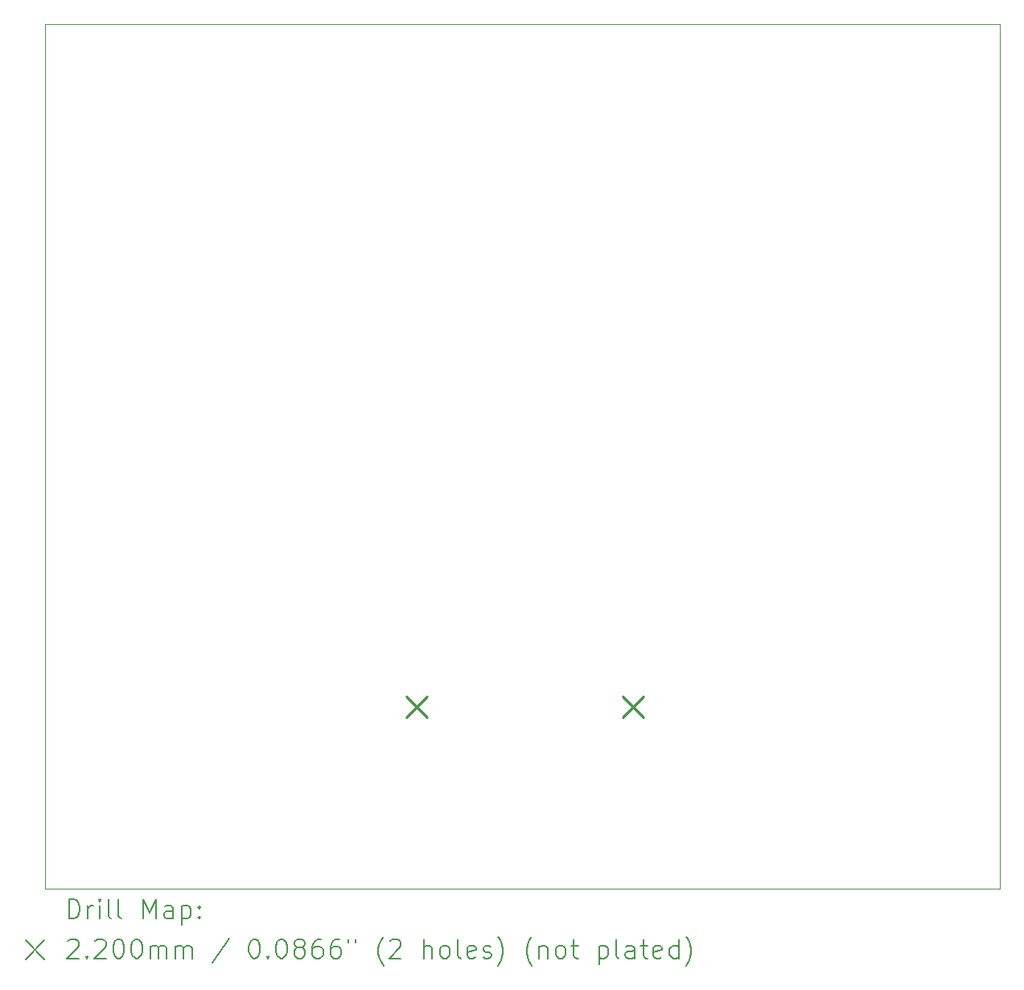
<source format=gbr>
%FSLAX45Y45*%
G04 Gerber Fmt 4.5, Leading zero omitted, Abs format (unit mm)*
G04 Created by KiCad (PCBNEW (6.0.1)) date 2022-04-12 22:30:44*
%MOMM*%
%LPD*%
G01*
G04 APERTURE LIST*
%TA.AperFunction,Profile*%
%ADD10C,0.100000*%
%TD*%
%ADD11C,0.200000*%
%ADD12C,0.220000*%
G04 APERTURE END LIST*
D10*
X4050000Y-5400000D02*
X14100000Y-5400000D01*
X4050000Y-14500000D02*
X4050000Y-5400000D01*
X14100000Y-14500000D02*
X4050000Y-14500000D01*
X14100000Y-14500000D02*
X14100000Y-5400000D01*
D11*
D12*
X7851000Y-12478000D02*
X8071000Y-12698000D01*
X8071000Y-12478000D02*
X7851000Y-12698000D01*
X10131000Y-12478000D02*
X10351000Y-12698000D01*
X10351000Y-12478000D02*
X10131000Y-12698000D01*
D11*
X4302619Y-14815476D02*
X4302619Y-14615476D01*
X4350238Y-14615476D01*
X4378810Y-14625000D01*
X4397857Y-14644048D01*
X4407381Y-14663095D01*
X4416905Y-14701190D01*
X4416905Y-14729762D01*
X4407381Y-14767857D01*
X4397857Y-14786905D01*
X4378810Y-14805952D01*
X4350238Y-14815476D01*
X4302619Y-14815476D01*
X4502619Y-14815476D02*
X4502619Y-14682143D01*
X4502619Y-14720238D02*
X4512143Y-14701190D01*
X4521667Y-14691667D01*
X4540714Y-14682143D01*
X4559762Y-14682143D01*
X4626429Y-14815476D02*
X4626429Y-14682143D01*
X4626429Y-14615476D02*
X4616905Y-14625000D01*
X4626429Y-14634524D01*
X4635952Y-14625000D01*
X4626429Y-14615476D01*
X4626429Y-14634524D01*
X4750238Y-14815476D02*
X4731190Y-14805952D01*
X4721667Y-14786905D01*
X4721667Y-14615476D01*
X4855000Y-14815476D02*
X4835952Y-14805952D01*
X4826429Y-14786905D01*
X4826429Y-14615476D01*
X5083571Y-14815476D02*
X5083571Y-14615476D01*
X5150238Y-14758333D01*
X5216905Y-14615476D01*
X5216905Y-14815476D01*
X5397857Y-14815476D02*
X5397857Y-14710714D01*
X5388333Y-14691667D01*
X5369286Y-14682143D01*
X5331190Y-14682143D01*
X5312143Y-14691667D01*
X5397857Y-14805952D02*
X5378810Y-14815476D01*
X5331190Y-14815476D01*
X5312143Y-14805952D01*
X5302619Y-14786905D01*
X5302619Y-14767857D01*
X5312143Y-14748809D01*
X5331190Y-14739286D01*
X5378810Y-14739286D01*
X5397857Y-14729762D01*
X5493095Y-14682143D02*
X5493095Y-14882143D01*
X5493095Y-14691667D02*
X5512143Y-14682143D01*
X5550238Y-14682143D01*
X5569286Y-14691667D01*
X5578810Y-14701190D01*
X5588333Y-14720238D01*
X5588333Y-14777381D01*
X5578810Y-14796428D01*
X5569286Y-14805952D01*
X5550238Y-14815476D01*
X5512143Y-14815476D01*
X5493095Y-14805952D01*
X5674048Y-14796428D02*
X5683571Y-14805952D01*
X5674048Y-14815476D01*
X5664524Y-14805952D01*
X5674048Y-14796428D01*
X5674048Y-14815476D01*
X5674048Y-14691667D02*
X5683571Y-14701190D01*
X5674048Y-14710714D01*
X5664524Y-14701190D01*
X5674048Y-14691667D01*
X5674048Y-14710714D01*
X3845000Y-15045000D02*
X4045000Y-15245000D01*
X4045000Y-15045000D02*
X3845000Y-15245000D01*
X4293095Y-15054524D02*
X4302619Y-15045000D01*
X4321667Y-15035476D01*
X4369286Y-15035476D01*
X4388333Y-15045000D01*
X4397857Y-15054524D01*
X4407381Y-15073571D01*
X4407381Y-15092619D01*
X4397857Y-15121190D01*
X4283571Y-15235476D01*
X4407381Y-15235476D01*
X4493095Y-15216428D02*
X4502619Y-15225952D01*
X4493095Y-15235476D01*
X4483571Y-15225952D01*
X4493095Y-15216428D01*
X4493095Y-15235476D01*
X4578810Y-15054524D02*
X4588333Y-15045000D01*
X4607381Y-15035476D01*
X4655000Y-15035476D01*
X4674048Y-15045000D01*
X4683571Y-15054524D01*
X4693095Y-15073571D01*
X4693095Y-15092619D01*
X4683571Y-15121190D01*
X4569286Y-15235476D01*
X4693095Y-15235476D01*
X4816905Y-15035476D02*
X4835952Y-15035476D01*
X4855000Y-15045000D01*
X4864524Y-15054524D01*
X4874048Y-15073571D01*
X4883571Y-15111667D01*
X4883571Y-15159286D01*
X4874048Y-15197381D01*
X4864524Y-15216428D01*
X4855000Y-15225952D01*
X4835952Y-15235476D01*
X4816905Y-15235476D01*
X4797857Y-15225952D01*
X4788333Y-15216428D01*
X4778810Y-15197381D01*
X4769286Y-15159286D01*
X4769286Y-15111667D01*
X4778810Y-15073571D01*
X4788333Y-15054524D01*
X4797857Y-15045000D01*
X4816905Y-15035476D01*
X5007381Y-15035476D02*
X5026429Y-15035476D01*
X5045476Y-15045000D01*
X5055000Y-15054524D01*
X5064524Y-15073571D01*
X5074048Y-15111667D01*
X5074048Y-15159286D01*
X5064524Y-15197381D01*
X5055000Y-15216428D01*
X5045476Y-15225952D01*
X5026429Y-15235476D01*
X5007381Y-15235476D01*
X4988333Y-15225952D01*
X4978810Y-15216428D01*
X4969286Y-15197381D01*
X4959762Y-15159286D01*
X4959762Y-15111667D01*
X4969286Y-15073571D01*
X4978810Y-15054524D01*
X4988333Y-15045000D01*
X5007381Y-15035476D01*
X5159762Y-15235476D02*
X5159762Y-15102143D01*
X5159762Y-15121190D02*
X5169286Y-15111667D01*
X5188333Y-15102143D01*
X5216905Y-15102143D01*
X5235952Y-15111667D01*
X5245476Y-15130714D01*
X5245476Y-15235476D01*
X5245476Y-15130714D02*
X5255000Y-15111667D01*
X5274048Y-15102143D01*
X5302619Y-15102143D01*
X5321667Y-15111667D01*
X5331190Y-15130714D01*
X5331190Y-15235476D01*
X5426429Y-15235476D02*
X5426429Y-15102143D01*
X5426429Y-15121190D02*
X5435952Y-15111667D01*
X5455000Y-15102143D01*
X5483571Y-15102143D01*
X5502619Y-15111667D01*
X5512143Y-15130714D01*
X5512143Y-15235476D01*
X5512143Y-15130714D02*
X5521667Y-15111667D01*
X5540714Y-15102143D01*
X5569286Y-15102143D01*
X5588333Y-15111667D01*
X5597857Y-15130714D01*
X5597857Y-15235476D01*
X5988333Y-15025952D02*
X5816905Y-15283095D01*
X6245476Y-15035476D02*
X6264524Y-15035476D01*
X6283571Y-15045000D01*
X6293095Y-15054524D01*
X6302619Y-15073571D01*
X6312143Y-15111667D01*
X6312143Y-15159286D01*
X6302619Y-15197381D01*
X6293095Y-15216428D01*
X6283571Y-15225952D01*
X6264524Y-15235476D01*
X6245476Y-15235476D01*
X6226428Y-15225952D01*
X6216905Y-15216428D01*
X6207381Y-15197381D01*
X6197857Y-15159286D01*
X6197857Y-15111667D01*
X6207381Y-15073571D01*
X6216905Y-15054524D01*
X6226428Y-15045000D01*
X6245476Y-15035476D01*
X6397857Y-15216428D02*
X6407381Y-15225952D01*
X6397857Y-15235476D01*
X6388333Y-15225952D01*
X6397857Y-15216428D01*
X6397857Y-15235476D01*
X6531190Y-15035476D02*
X6550238Y-15035476D01*
X6569286Y-15045000D01*
X6578809Y-15054524D01*
X6588333Y-15073571D01*
X6597857Y-15111667D01*
X6597857Y-15159286D01*
X6588333Y-15197381D01*
X6578809Y-15216428D01*
X6569286Y-15225952D01*
X6550238Y-15235476D01*
X6531190Y-15235476D01*
X6512143Y-15225952D01*
X6502619Y-15216428D01*
X6493095Y-15197381D01*
X6483571Y-15159286D01*
X6483571Y-15111667D01*
X6493095Y-15073571D01*
X6502619Y-15054524D01*
X6512143Y-15045000D01*
X6531190Y-15035476D01*
X6712143Y-15121190D02*
X6693095Y-15111667D01*
X6683571Y-15102143D01*
X6674048Y-15083095D01*
X6674048Y-15073571D01*
X6683571Y-15054524D01*
X6693095Y-15045000D01*
X6712143Y-15035476D01*
X6750238Y-15035476D01*
X6769286Y-15045000D01*
X6778809Y-15054524D01*
X6788333Y-15073571D01*
X6788333Y-15083095D01*
X6778809Y-15102143D01*
X6769286Y-15111667D01*
X6750238Y-15121190D01*
X6712143Y-15121190D01*
X6693095Y-15130714D01*
X6683571Y-15140238D01*
X6674048Y-15159286D01*
X6674048Y-15197381D01*
X6683571Y-15216428D01*
X6693095Y-15225952D01*
X6712143Y-15235476D01*
X6750238Y-15235476D01*
X6769286Y-15225952D01*
X6778809Y-15216428D01*
X6788333Y-15197381D01*
X6788333Y-15159286D01*
X6778809Y-15140238D01*
X6769286Y-15130714D01*
X6750238Y-15121190D01*
X6959762Y-15035476D02*
X6921667Y-15035476D01*
X6902619Y-15045000D01*
X6893095Y-15054524D01*
X6874048Y-15083095D01*
X6864524Y-15121190D01*
X6864524Y-15197381D01*
X6874048Y-15216428D01*
X6883571Y-15225952D01*
X6902619Y-15235476D01*
X6940714Y-15235476D01*
X6959762Y-15225952D01*
X6969286Y-15216428D01*
X6978809Y-15197381D01*
X6978809Y-15149762D01*
X6969286Y-15130714D01*
X6959762Y-15121190D01*
X6940714Y-15111667D01*
X6902619Y-15111667D01*
X6883571Y-15121190D01*
X6874048Y-15130714D01*
X6864524Y-15149762D01*
X7150238Y-15035476D02*
X7112143Y-15035476D01*
X7093095Y-15045000D01*
X7083571Y-15054524D01*
X7064524Y-15083095D01*
X7055000Y-15121190D01*
X7055000Y-15197381D01*
X7064524Y-15216428D01*
X7074048Y-15225952D01*
X7093095Y-15235476D01*
X7131190Y-15235476D01*
X7150238Y-15225952D01*
X7159762Y-15216428D01*
X7169286Y-15197381D01*
X7169286Y-15149762D01*
X7159762Y-15130714D01*
X7150238Y-15121190D01*
X7131190Y-15111667D01*
X7093095Y-15111667D01*
X7074048Y-15121190D01*
X7064524Y-15130714D01*
X7055000Y-15149762D01*
X7245476Y-15035476D02*
X7245476Y-15073571D01*
X7321667Y-15035476D02*
X7321667Y-15073571D01*
X7616905Y-15311667D02*
X7607381Y-15302143D01*
X7588333Y-15273571D01*
X7578809Y-15254524D01*
X7569286Y-15225952D01*
X7559762Y-15178333D01*
X7559762Y-15140238D01*
X7569286Y-15092619D01*
X7578809Y-15064048D01*
X7588333Y-15045000D01*
X7607381Y-15016428D01*
X7616905Y-15006905D01*
X7683571Y-15054524D02*
X7693095Y-15045000D01*
X7712143Y-15035476D01*
X7759762Y-15035476D01*
X7778809Y-15045000D01*
X7788333Y-15054524D01*
X7797857Y-15073571D01*
X7797857Y-15092619D01*
X7788333Y-15121190D01*
X7674048Y-15235476D01*
X7797857Y-15235476D01*
X8035952Y-15235476D02*
X8035952Y-15035476D01*
X8121667Y-15235476D02*
X8121667Y-15130714D01*
X8112143Y-15111667D01*
X8093095Y-15102143D01*
X8064524Y-15102143D01*
X8045476Y-15111667D01*
X8035952Y-15121190D01*
X8245476Y-15235476D02*
X8226428Y-15225952D01*
X8216905Y-15216428D01*
X8207381Y-15197381D01*
X8207381Y-15140238D01*
X8216905Y-15121190D01*
X8226428Y-15111667D01*
X8245476Y-15102143D01*
X8274048Y-15102143D01*
X8293095Y-15111667D01*
X8302619Y-15121190D01*
X8312143Y-15140238D01*
X8312143Y-15197381D01*
X8302619Y-15216428D01*
X8293095Y-15225952D01*
X8274048Y-15235476D01*
X8245476Y-15235476D01*
X8426429Y-15235476D02*
X8407381Y-15225952D01*
X8397857Y-15206905D01*
X8397857Y-15035476D01*
X8578810Y-15225952D02*
X8559762Y-15235476D01*
X8521667Y-15235476D01*
X8502619Y-15225952D01*
X8493095Y-15206905D01*
X8493095Y-15130714D01*
X8502619Y-15111667D01*
X8521667Y-15102143D01*
X8559762Y-15102143D01*
X8578810Y-15111667D01*
X8588333Y-15130714D01*
X8588333Y-15149762D01*
X8493095Y-15168809D01*
X8664524Y-15225952D02*
X8683571Y-15235476D01*
X8721667Y-15235476D01*
X8740714Y-15225952D01*
X8750238Y-15206905D01*
X8750238Y-15197381D01*
X8740714Y-15178333D01*
X8721667Y-15168809D01*
X8693095Y-15168809D01*
X8674048Y-15159286D01*
X8664524Y-15140238D01*
X8664524Y-15130714D01*
X8674048Y-15111667D01*
X8693095Y-15102143D01*
X8721667Y-15102143D01*
X8740714Y-15111667D01*
X8816905Y-15311667D02*
X8826429Y-15302143D01*
X8845476Y-15273571D01*
X8855000Y-15254524D01*
X8864524Y-15225952D01*
X8874048Y-15178333D01*
X8874048Y-15140238D01*
X8864524Y-15092619D01*
X8855000Y-15064048D01*
X8845476Y-15045000D01*
X8826429Y-15016428D01*
X8816905Y-15006905D01*
X9178810Y-15311667D02*
X9169286Y-15302143D01*
X9150238Y-15273571D01*
X9140714Y-15254524D01*
X9131190Y-15225952D01*
X9121667Y-15178333D01*
X9121667Y-15140238D01*
X9131190Y-15092619D01*
X9140714Y-15064048D01*
X9150238Y-15045000D01*
X9169286Y-15016428D01*
X9178810Y-15006905D01*
X9255000Y-15102143D02*
X9255000Y-15235476D01*
X9255000Y-15121190D02*
X9264524Y-15111667D01*
X9283571Y-15102143D01*
X9312143Y-15102143D01*
X9331190Y-15111667D01*
X9340714Y-15130714D01*
X9340714Y-15235476D01*
X9464524Y-15235476D02*
X9445476Y-15225952D01*
X9435952Y-15216428D01*
X9426429Y-15197381D01*
X9426429Y-15140238D01*
X9435952Y-15121190D01*
X9445476Y-15111667D01*
X9464524Y-15102143D01*
X9493095Y-15102143D01*
X9512143Y-15111667D01*
X9521667Y-15121190D01*
X9531190Y-15140238D01*
X9531190Y-15197381D01*
X9521667Y-15216428D01*
X9512143Y-15225952D01*
X9493095Y-15235476D01*
X9464524Y-15235476D01*
X9588333Y-15102143D02*
X9664524Y-15102143D01*
X9616905Y-15035476D02*
X9616905Y-15206905D01*
X9626429Y-15225952D01*
X9645476Y-15235476D01*
X9664524Y-15235476D01*
X9883571Y-15102143D02*
X9883571Y-15302143D01*
X9883571Y-15111667D02*
X9902619Y-15102143D01*
X9940714Y-15102143D01*
X9959762Y-15111667D01*
X9969286Y-15121190D01*
X9978810Y-15140238D01*
X9978810Y-15197381D01*
X9969286Y-15216428D01*
X9959762Y-15225952D01*
X9940714Y-15235476D01*
X9902619Y-15235476D01*
X9883571Y-15225952D01*
X10093095Y-15235476D02*
X10074048Y-15225952D01*
X10064524Y-15206905D01*
X10064524Y-15035476D01*
X10255000Y-15235476D02*
X10255000Y-15130714D01*
X10245476Y-15111667D01*
X10226429Y-15102143D01*
X10188333Y-15102143D01*
X10169286Y-15111667D01*
X10255000Y-15225952D02*
X10235952Y-15235476D01*
X10188333Y-15235476D01*
X10169286Y-15225952D01*
X10159762Y-15206905D01*
X10159762Y-15187857D01*
X10169286Y-15168809D01*
X10188333Y-15159286D01*
X10235952Y-15159286D01*
X10255000Y-15149762D01*
X10321667Y-15102143D02*
X10397857Y-15102143D01*
X10350238Y-15035476D02*
X10350238Y-15206905D01*
X10359762Y-15225952D01*
X10378810Y-15235476D01*
X10397857Y-15235476D01*
X10540714Y-15225952D02*
X10521667Y-15235476D01*
X10483571Y-15235476D01*
X10464524Y-15225952D01*
X10455000Y-15206905D01*
X10455000Y-15130714D01*
X10464524Y-15111667D01*
X10483571Y-15102143D01*
X10521667Y-15102143D01*
X10540714Y-15111667D01*
X10550238Y-15130714D01*
X10550238Y-15149762D01*
X10455000Y-15168809D01*
X10721667Y-15235476D02*
X10721667Y-15035476D01*
X10721667Y-15225952D02*
X10702619Y-15235476D01*
X10664524Y-15235476D01*
X10645476Y-15225952D01*
X10635952Y-15216428D01*
X10626429Y-15197381D01*
X10626429Y-15140238D01*
X10635952Y-15121190D01*
X10645476Y-15111667D01*
X10664524Y-15102143D01*
X10702619Y-15102143D01*
X10721667Y-15111667D01*
X10797857Y-15311667D02*
X10807381Y-15302143D01*
X10826429Y-15273571D01*
X10835952Y-15254524D01*
X10845476Y-15225952D01*
X10855000Y-15178333D01*
X10855000Y-15140238D01*
X10845476Y-15092619D01*
X10835952Y-15064048D01*
X10826429Y-15045000D01*
X10807381Y-15016428D01*
X10797857Y-15006905D01*
M02*

</source>
